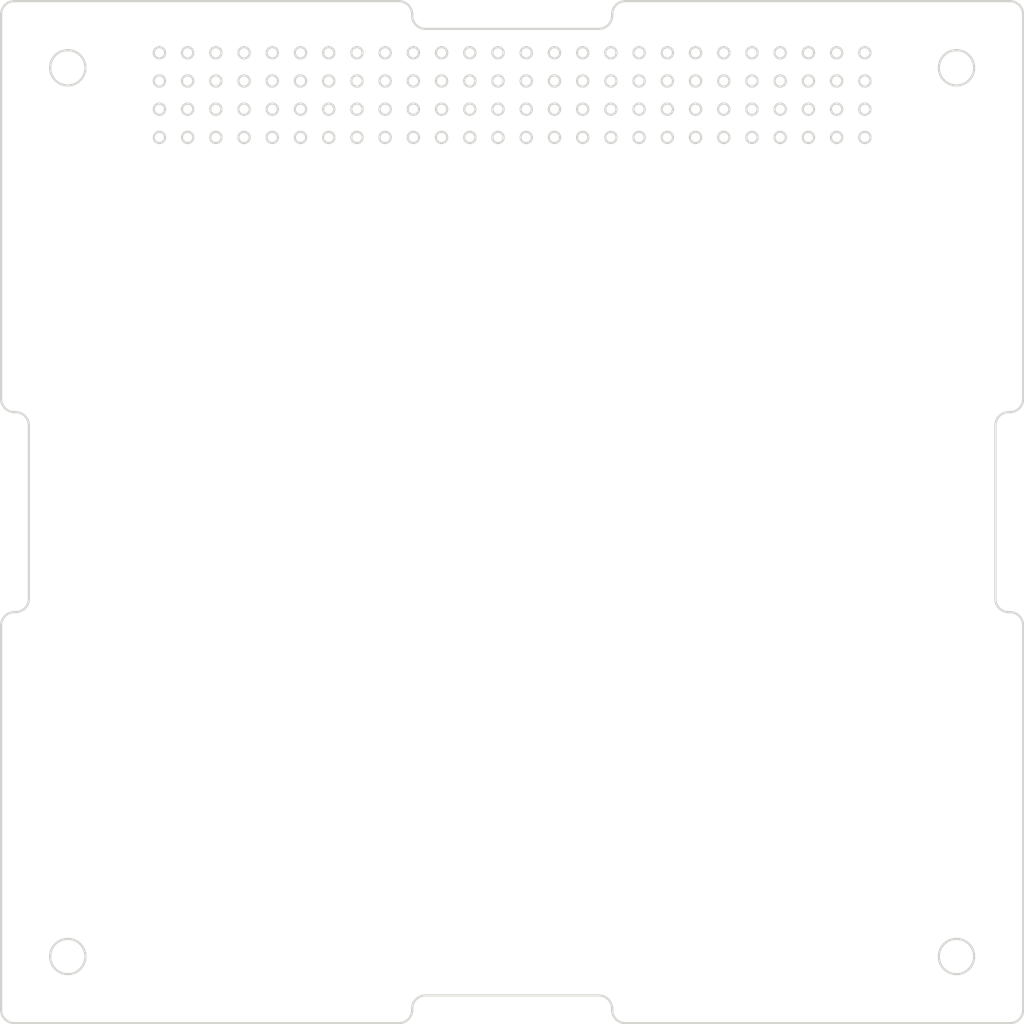
<source format=kicad_pcb>
(kicad_pcb
	(version 20240108)
	(generator "pcbnew")
	(generator_version "8.0")
	(general
		(thickness 1.6)
		(legacy_teardrops no)
	)
	(paper "A4")
	(title_block
		(title "EPS Power Distribution Board")
		(date "2024-09-08")
		(company "IIT Bombay Student Satellite Program")
		(comment 1 "ameya.marakarkandy@gmail.com")
		(comment 2 "Author: Ameya Marakarkandy")
	)
	(layers
		(0 "F.Cu" signal)
		(31 "B.Cu" signal)
		(32 "B.Adhes" user "B.Adhesive")
		(33 "F.Adhes" user "F.Adhesive")
		(34 "B.Paste" user)
		(35 "F.Paste" user)
		(36 "B.SilkS" user "B.Silkscreen")
		(37 "F.SilkS" user "F.Silkscreen")
		(38 "B.Mask" user)
		(39 "F.Mask" user)
		(40 "Dwgs.User" user "User.Drawings")
		(41 "Cmts.User" user "User.Comments")
		(42 "Eco1.User" user "User.Eco1")
		(43 "Eco2.User" user "User.Eco2")
		(44 "Edge.Cuts" user)
		(45 "Margin" user)
		(46 "B.CrtYd" user "B.Courtyard")
		(47 "F.CrtYd" user "F.Courtyard")
		(48 "B.Fab" user)
		(49 "F.Fab" user)
		(50 "User.1" user)
		(51 "User.2" user)
		(52 "User.3" user)
		(53 "User.4" user)
		(54 "User.5" user)
		(55 "User.6" user)
		(56 "User.7" user)
		(57 "User.8" user)
		(58 "User.9" user)
	)
	(setup
		(pad_to_mask_clearance 0)
		(allow_soldermask_bridges_in_footprints no)
		(pcbplotparams
			(layerselection 0x00010fc_ffffffff)
			(plot_on_all_layers_selection 0x0000000_00000000)
			(disableapertmacros no)
			(usegerberextensions no)
			(usegerberattributes yes)
			(usegerberadvancedattributes yes)
			(creategerberjobfile yes)
			(dashed_line_dash_ratio 12.000000)
			(dashed_line_gap_ratio 3.000000)
			(svgprecision 4)
			(plotframeref no)
			(viasonmask no)
			(mode 1)
			(useauxorigin no)
			(hpglpennumber 1)
			(hpglpenspeed 20)
			(hpglpendiameter 15.000000)
			(pdf_front_fp_property_popups yes)
			(pdf_back_fp_property_popups yes)
			(dxfpolygonmode yes)
			(dxfimperialunits yes)
			(dxfusepcbnewfont yes)
			(psnegative no)
			(psa4output no)
			(plotreference yes)
			(plotvalue yes)
			(plotfptext yes)
			(plotinvisibletext no)
			(sketchpadsonfab no)
			(subtractmaskfromsilk no)
			(outputformat 1)
			(mirror no)
			(drillshape 1)
			(scaleselection 1)
			(outputdirectory "")
		)
	)
	(net 0 "")
	(gr_circle
		(center 126.772 56.028)
		(end 127.282 56.028)
		(stroke
			(width 0.2)
			(type solid)
		)
		(fill none)
		(layer "Edge.Cuts")
		(uuid "000bc49a-f4b4-442a-ad90-be4bfab0fcf7")
	)
	(gr_circle
		(center 149.632 56.028)
		(end 150.142 56.028)
		(stroke
			(width 0.2)
			(type solid)
		)
		(fill none)
		(layer "Edge.Cuts")
		(uuid "00b297a2-014b-4c69-9151-712347cb15a8")
	)
	(gr_circle
		(center 143.282 92.298)
		(end 143.292 92.298)
		(stroke
			(width 0.0001)
			(type solid)
		)
		(fill solid)
		(layer "Edge.Cuts")
		(uuid "02074318-fc63-4cf7-9256-d4c60a602131")
	)
	(gr_circle
		(center 143.282 92.298)
		(end 143.292 92.298)
		(stroke
			(width 0.0001)
			(type solid)
		)
		(fill solid)
		(layer "Edge.Cuts")
		(uuid "02a18716-c1d9-45a7-b973-7e01edcef886")
	)
	(gr_line
		(start 98.482 46.298)
		(end 133.082 46.298)
		(stroke
			(width 0.2)
			(type solid)
		)
		(layer "Edge.Cuts")
		(uuid "06f670a4-2dcc-4a87-8c13-2a5d600cea19")
	)
	(gr_circle
		(center 103.282 52.298)
		(end 104.872 52.298)
		(stroke
			(width 0.2)
			(type solid)
		)
		(fill none)
		(layer "Edge.Cuts")
		(uuid "0741a63c-3ea4-4af7-9a1e-78c7e1c1f6e0")
	)
	(gr_circle
		(center 152.172 58.568)
		(end 152.682 58.568)
		(stroke
			(width 0.2)
			(type solid)
		)
		(fill none)
		(layer "Edge.Cuts")
		(uuid "089a6ec2-27fd-46ca-8ae3-b8fdfc703ecc")
	)
	(gr_circle
		(center 152.172 50.948)
		(end 152.682 50.948)
		(stroke
			(width 0.2)
			(type solid)
		)
		(fill none)
		(layer "Edge.Cuts")
		(uuid "09cb01da-b219-4b63-b810-90557c49aecf")
	)
	(gr_arc
		(start 97.282 102.498)
		(mid 97.633472 101.649472)
		(end 98.482 101.298)
		(stroke
			(width 0.2)
			(type solid)
		)
		(layer "Edge.Cuts")
		(uuid "0bd9f22a-0c93-4485-934d-585d642d0b59")
	)
	(gr_circle
		(center 175.032 58.568)
		(end 175.542 58.568)
		(stroke
			(width 0.2)
			(type solid)
		)
		(fill none)
		(layer "Edge.Cuts")
		(uuid "0ecbe779-e669-4954-b889-14baef95cb8c")
	)
	(gr_arc
		(start 99.782 100.098)
		(mid 99.430528 100.946528)
		(end 98.582 101.298)
		(stroke
			(width 0.2)
			(type solid)
		)
		(layer "Edge.Cuts")
		(uuid "10580213-0b93-48d5-9c4b-0053093708a2")
	)
	(gr_circle
		(center 152.172 53.488)
		(end 152.682 53.488)
		(stroke
			(width 0.2)
			(type solid)
		)
		(fill none)
		(layer "Edge.Cuts")
		(uuid "11046573-6dbe-4bba-ad57-a2f1a8f483e2")
	)
	(gr_circle
		(center 119.152 53.488)
		(end 119.662 53.488)
		(stroke
			(width 0.2)
			(type solid)
		)
		(fill none)
		(layer "Edge.Cuts")
		(uuid "1198d368-571f-428f-85c2-ef237191c1e5")
	)
	(gr_arc
		(start 97.282 47.498)
		(mid 97.633472 46.649472)
		(end 98.482 46.298)
		(stroke
			(width 0.2)
			(type solid)
		)
		(layer "Edge.Cuts")
		(uuid "13848346-4835-4fc9-a9a3-05f6a2bc1bea")
	)
	(gr_circle
		(center 114.072 56.028)
		(end 114.582 56.028)
		(stroke
			(width 0.2)
			(type solid)
		)
		(fill none)
		(layer "Edge.Cuts")
		(uuid "16a6ebb0-434f-4674-823e-89c816f414ca")
	)
	(gr_line
		(start 153.482 46.298)
		(end 188.082 46.298)
		(stroke
			(width 0.2)
			(type solid)
		)
		(layer "Edge.Cuts")
		(uuid "173946d0-755c-44ad-8769-be4c3e15995c")
	)
	(gr_circle
		(center 144.552 58.568)
		(end 145.062 58.568)
		(stroke
			(width 0.2)
			(type solid)
		)
		(fill none)
		(layer "Edge.Cuts")
		(uuid "18163251-da3e-449b-bb6c-4be770d7ee80")
	)
	(gr_line
		(start 134.282 137.098)
		(end 134.282 136.998)
		(stroke
			(width 0.2)
			(type solid)
		)
		(layer "Edge.Cuts")
		(uuid "219714c4-3b58-4f64-9ef4-eae16739a084")
	)
	(gr_circle
		(center 111.532 58.568)
		(end 112.042 58.568)
		(stroke
			(width 0.2)
			(type solid)
		)
		(fill none)
		(layer "Edge.Cuts")
		(uuid "22b7661e-4a6d-4691-8034-63e85efdf6ad")
	)
	(gr_circle
		(center 154.712 53.488)
		(end 155.222 53.488)
		(stroke
			(width 0.2)
			(type solid)
		)
		(fill none)
		(layer "Edge.Cuts")
		(uuid "23844b5d-1a4b-4907-af92-9b00e896e2d5")
	)
	(gr_circle
		(center 162.332 58.568)
		(end 162.842 58.568)
		(stroke
			(width 0.2)
			(type solid)
		)
		(fill none)
		(layer "Edge.Cuts")
		(uuid "27a661cf-4015-49d3-862d-d72ced94fba9")
	)
	(gr_line
		(start 186.782 84.498)
		(end 186.782 100.098)
		(stroke
			(width 0.2)
			(type solid)
		)
		(layer "Edge.Cuts")
		(uuid "28073588-3520-426e-939e-10771e2fed85")
	)
	(gr_circle
		(center 167.412 50.948)
		(end 167.922 50.948)
		(stroke
			(width 0.2)
			(type solid)
		)
		(fill none)
		(layer "Edge.Cuts")
		(uuid "2a692e88-ab55-440c-94ff-20ccc26892d0")
	)
	(gr_line
		(start 98.482 83.298)
		(end 98.582 83.298)
		(stroke
			(width 0.2)
			(type solid)
		)
		(layer "Edge.Cuts")
		(uuid "2bc7f1a6-eda3-4bb1-9411-c876f96b7e94")
	)
	(gr_circle
		(center 139.472 53.488)
		(end 139.982 53.488)
		(stroke
			(width 0.2)
			(type solid)
		)
		(fill none)
		(layer "Edge.Cuts")
		(uuid "2d319880-8a7e-4728-8eb0-125a75ae2b76")
	)
	(gr_circle
		(center 169.952 53.488)
		(end 170.462 53.488)
		(stroke
			(width 0.2)
			(type solid)
		)
		(fill none)
		(layer "Edge.Cuts")
		(uuid "32c8678b-9713-4df5-b457-51fe88fad894")
	)
	(gr_arc
		(start 134.282 137.098)
		(mid 133.930528 137.946528)
		(end 133.082 138.298)
		(stroke
			(width 0.2)
			(type solid)
		)
		(layer "Edge.Cuts")
		(uuid "3928cdf2-5931-4ff9-8cd0-77c1cd913bfc")
	)
	(gr_circle
		(center 139.472 50.948)
		(end 139.982 50.948)
		(stroke
			(width 0.2)
			(type solid)
		)
		(fill none)
		(layer "Edge.Cuts")
		(uuid "39da0e01-29c3-44e0-b6fd-87721a1ae418")
	)
	(gr_circle
		(center 119.152 56.028)
		(end 119.662 56.028)
		(stroke
			(width 0.2)
			(type solid)
		)
		(fill none)
		(layer "Edge.Cuts")
		(uuid "3ce68ffc-999d-403e-b4d0-c9da534da2cb")
	)
	(gr_circle
		(center 131.852 56.028)
		(end 132.362 56.028)
		(stroke
			(width 0.2)
			(type solid)
		)
		(fill none)
		(layer "Edge.Cuts")
		(uuid "3ddd852e-a9f8-4ff4-8e5f-ac75a7303025")
	)
	(gr_circle
		(center 157.252 53.488)
		(end 157.762 53.488)
		(stroke
			(width 0.2)
			(type solid)
		)
		(fill none)
		(layer "Edge.Cuts")
		(uuid "3f959909-76d2-4e08-81c4-e935ba2122f4")
	)
	(gr_circle
		(center 116.612 50.948)
		(end 117.122 50.948)
		(stroke
			(width 0.2)
			(type solid)
		)
		(fill none)
		(layer "Edge.Cuts")
		(uuid "4000edea-7656-4549-afe2-5dab406e1acb")
	)
	(gr_circle
		(center 164.872 53.488)
		(end 165.382 53.488)
		(stroke
			(width 0.2)
			(type solid)
		)
		(fill none)
		(layer "Edge.Cuts")
		(uuid "40a5c02e-210c-43f5-916d-4481ff12b4b5")
	)
	(gr_circle
		(center 167.412 53.488)
		(end 167.922 53.488)
		(stroke
			(width 0.2)
			(type solid)
		)
		(fill none)
		(layer "Edge.Cuts")
		(uuid "474f4244-66f7-4176-9357-8dded80af6d7")
	)
	(gr_circle
		(center 129.312 50.948)
		(end 129.822 50.948)
		(stroke
			(width 0.2)
			(type solid)
		)
		(fill none)
		(layer "Edge.Cuts")
		(uuid "4792a3b7-cf47-47cc-a792-3ba05e461c03")
	)
	(gr_circle
		(center 142.012 56.028)
		(end 142.522 56.028)
		(stroke
			(width 0.2)
			(type solid)
		)
		(fill none)
		(layer "Edge.Cuts")
		(uuid "489fd617-cb67-498a-8033-8e8ffdd1e6d9")
	)
	(gr_circle
		(center 142.012 50.948)
		(end 142.522 50.948)
		(stroke
			(width 0.2)
			(type solid)
		)
		(fill none)
		(layer "Edge.Cuts")
		(uuid "4b458d95-ca1b-4946-b1c2-24431e736a81")
	)
	(gr_circle
		(center 157.252 56.028)
		(end 157.762 56.028)
		(stroke
			(width 0.2)
			(type solid)
		)
		(fill none)
		(layer "Edge.Cuts")
		(uuid "4c137090-f038-4c9e-9f25-82fc70b7ce39")
	)
	(gr_circle
		(center 136.932 50.948)
		(end 137.442 50.948)
		(stroke
			(width 0.2)
			(type solid)
		)
		(fill none)
		(layer "Edge.Cuts")
		(uuid "4c546fdf-4904-45c7-af00-6690643e2e5b")
	)
	(gr_arc
		(start 135.482 48.798)
		(mid 134.633472 48.446528)
		(end 134.282 47.598)
		(stroke
			(width 0.2)
			(type solid)
		)
		(layer "Edge.Cuts")
		(uuid "4da5cf46-d166-4404-b09a-7e37ffc42d10")
	)
	(gr_circle
		(center 164.872 58.568)
		(end 165.382 58.568)
		(stroke
			(width 0.2)
			(type solid)
		)
		(fill none)
		(layer "Edge.Cuts")
		(uuid "507f728b-0e9d-4c42-b742-d4aa2f1e18a5")
	)
	(gr_circle
		(center 139.472 58.568)
		(end 139.982 58.568)
		(stroke
			(width 0.2)
			(type solid)
		)
		(fill none)
		(layer "Edge.Cuts")
		(uuid "51806e50-f9ed-4a96-bc08-e44155dc5a30")
	)
	(gr_arc
		(start 152.282 47.498)
		(mid 152.633472 46.649472)
		(end 153.482 46.298)
		(stroke
			(width 0.2)
			(type solid)
		)
		(layer "Edge.Cuts")
		(uuid "52229a06-7aa1-4594-aae3-ffb3096b4c3a")
	)
	(gr_circle
		(center 124.232 58.568)
		(end 124.742 58.568)
		(stroke
			(width 0.2)
			(type solid)
		)
		(fill none)
		(layer "Edge.Cuts")
		(uuid "55694abb-a859-482e-954d-5bbf1824a69c")
	)
	(gr_circle
		(center 129.312 53.488)
		(end 129.822 53.488)
		(stroke
			(width 0.2)
			(type solid)
		)
		(fill none)
		(layer "Edge.Cuts")
		(uuid "56d21e34-b496-41d5-9ec9-ff10b91ef2b6")
	)
	(gr_line
		(start 98.482 138.298)
		(end 133.082 138.298)
		(stroke
			(width 0.2)
			(type solid)
		)
		(layer "Edge.Cuts")
		(uuid "5831d3b9-96e0-4ec9-9f2e-12764eebfe0b")
	)
	(gr_line
		(start 99.782 100.098)
		(end 99.782 84.498)
		(stroke
			(width 0.2)
			(type solid)
		)
		(layer "Edge.Cuts")
		(uuid "585928c5-8421-42fb-9810-5fd549ecac72")
	)
	(gr_line
		(start 134.282 47.498)
		(end 134.282 47.598)
		(stroke
			(width 0.2)
			(type solid)
		)
		(layer "Edge.Cuts")
		(uuid "5985f0f1-2ed4-41d7-aa98-1554ddbb215a")
	)
	(gr_circle
		(center 114.072 50.948)
		(end 114.582 50.948)
		(stroke
			(width 0.2)
			(type solid)
		)
		(fill none)
		(layer "Edge.Cuts")
		(uuid "5b5718d9-483d-432a-91c6-4da855d728e0")
	)
	(gr_circle
		(center 124.232 50.948)
		(end 124.742 50.948)
		(stroke
			(width 0.2)
			(type solid)
		)
		(fill none)
		(layer "Edge.Cuts")
		(uuid "5b6eeff2-f72c-4c9f-870f-cb62a638a859")
	)
	(gr_circle
		(center 131.852 53.488)
		(end 132.362 53.488)
		(stroke
			(width 0.2)
			(type solid)
		)
		(fill none)
		(layer "Edge.Cuts")
		(uuid "5ba7dd41-235f-465f-bcec-4b2a21835997")
	)
	(gr_circle
		(center 116.612 53.488)
		(end 117.122 53.488)
		(stroke
			(width 0.2)
			(type solid)
		)
		(fill none)
		(layer "Edge.Cuts")
		(uuid "5d56156f-89b7-4470-8694-de8eaa035ae7")
	)
	(gr_circle
		(center 121.692 58.568)
		(end 122.202 58.568)
		(stroke
			(width 0.2)
			(type solid)
		)
		(fill none)
		(layer "Edge.Cuts")
		(uuid "5f0e5f15-a09f-4513-86ab-836fd9df99b5")
	)
	(gr_circle
		(center 142.012 58.568)
		(end 142.522 58.568)
		(stroke
			(width 0.2)
			(type solid)
		)
		(fill none)
		(layer "Edge.Cuts")
		(uuid "5fa10ef5-4af6-444a-aa74-117e3b4c3583")
	)
	(gr_arc
		(start 188.082 46.298)
		(mid 188.930528 46.649472)
		(end 189.282 47.498)
		(stroke
			(width 0.2)
			(type solid)
		)
		(layer "Edge.Cuts")
		(uuid "5fe8871e-cbea-48ab-bc14-a8bd43de452f")
	)
	(gr_circle
		(center 121.692 56.028)
		(end 122.202 56.028)
		(stroke
			(width 0.2)
			(type solid)
		)
		(fill none)
		(layer "Edge.Cuts")
		(uuid "618a4763-bc3e-4718-8240-b59f71063f1f")
	)
	(gr_arc
		(start 98.482 138.298)
		(mid 97.633472 137.946528)
		(end 97.282 137.098)
		(stroke
			(width 0.2)
			(type solid)
		)
		(layer "Edge.Cuts")
		(uuid "61ec19a8-f7d6-42e9-9cfc-9efa6c68471d")
	)
	(gr_circle
		(center 154.712 56.028)
		(end 155.222 56.028)
		(stroke
			(width 0.2)
			(type solid)
		)
		(fill none)
		(layer "Edge.Cuts")
		(uuid "62594135-1ca6-49a4-a654-59468b665d82")
	)
	(gr_circle
		(center 162.332 53.488)
		(end 162.842 53.488)
		(stroke
			(width 0.2)
			(type solid)
		)
		(fill none)
		(layer "Edge.Cuts")
		(uuid "6358a5b4-267a-49a5-9bfe-fd7b1150c1be")
	)
	(gr_arc
		(start 134.282 136.998)
		(mid 134.633472 136.149472)
		(end 135.482 135.798)
		(stroke
			(width 0.2)
			(type solid)
		)
		(layer "Edge.Cuts")
		(uuid "662ca2e1-06f3-48dd-ae20-adca8960a206")
	)
	(gr_circle
		(center 129.312 58.568)
		(end 129.822 58.568)
		(stroke
			(width 0.2)
			(type solid)
		)
		(fill none)
		(layer "Edge.Cuts")
		(uuid "666a622f-db58-4b37-927c-9bf6c6c94d17")
	)
	(gr_circle
		(center 134.392 56.028)
		(end 134.902 56.028)
		(stroke
			(width 0.2)
			(type solid)
		)
		(fill none)
		(layer "Edge.Cuts")
		(uuid "666bad34-a02b-4ec5-8ed8-8583ced7ff2c")
	)
	(gr_arc
		(start 133.082 46.298)
		(mid 133.930528 46.649472)
		(end 134.282 47.498)
		(stroke
			(width 0.2)
			(type solid)
		)
		(layer "Edge.Cuts")
		(uuid "686535fc-fe9e-47e7-9950-34223e77dee9")
	)
	(gr_circle
		(center 159.792 53.488)
		(end 160.302 53.488)
		(stroke
			(width 0.2)
			(type solid)
		)
		(fill none)
		(layer "Edge.Cuts")
		(uuid "68753251-3864-4e5a-9b88-5ddeebf890b4")
	)
	(gr_circle
		(center 111.532 53.488)
		(end 112.042 53.488)
		(stroke
			(width 0.2)
			(type solid)
		)
		(fill none)
		(layer "Edge.Cuts")
		(uuid "68895139-5d46-4d3e-bacf-cb975900b803")
	)
	(gr_circle
		(center 126.772 58.568)
		(end 127.282 58.568)
		(stroke
			(width 0.2)
			(type solid)
		)
		(fill none)
		(layer "Edge.Cuts")
		(uuid "69775a7f-c186-48b7-8ce2-58b6bf80e61d")
	)
	(gr_arc
		(start 187.982 101.298)
		(mid 187.133472 100.946528)
		(end 186.782 100.098)
		(stroke
			(width 0.2)
			(type solid)
		)
		(layer "Edge.Cuts")
		(uuid "6f840a7c-4575-4202-b01e-9788fd2f4971")
	)
	(gr_circle
		(center 175.032 56.028)
		(end 175.542 56.028)
		(stroke
			(width 0.2)
			(type solid)
		)
		(fill none)
		(layer "Edge.Cuts")
		(uuid "728cef05-e5ec-49d1-b78a-faa398b165e8")
	)
	(gr_circle
		(center 157.252 58.568)
		(end 157.762 58.568)
		(stroke
			(width 0.2)
			(type solid)
		)
		(fill none)
		(layer "Edge.Cuts")
		(uuid "72d81b72-a326-45ba-95cf-4c262bcd9f1d")
	)
	(gr_circle
		(center 172.492 50.948)
		(end 173.002 50.948)
		(stroke
			(width 0.2)
			(type solid)
		)
		(fill none)
		(layer "Edge.Cuts")
		(uuid "76f30e33-5e4a-4d54-817c-3d8e54cbd84f")
	)
	(gr_line
		(start 151.082 135.798)
		(end 135.482 135.798)
		(stroke
			(width 0.2)
			(type solid)
		)
		(layer "Edge.Cuts")
		(uuid "7efd9855-ee4f-48fe-a44e-bfb17be693a8")
	)
	(gr_circle
		(center 152.172 56.028)
		(end 152.682 56.028)
		(stroke
			(width 0.2)
			(type solid)
		)
		(fill none)
		(layer "Edge.Cuts")
		(uuid "80facdd2-4e58-4037-9065-f15641a52d89")
	)
	(gr_line
		(start 189.282 102.498)
		(end 189.282 137.098)
		(stroke
			(width 0.2)
			(type solid)
		)
		(layer "Edge.Cuts")
		(uuid "8261f645-c1e2-4e46-a682-51cba0d70162")
	)
	(gr_line
		(start 97.282 47.498)
		(end 97.282 82.098)
		(stroke
			(width 0.2)
			(type solid)
		)
		(layer "Edge.Cuts")
		(uuid "839a9868-f8fe-4544-ba9a-9040a7ea3386")
	)
	(gr_circle
		(center 144.552 56.028)
		(end 145.062 56.028)
		(stroke
			(width 0.2)
			(type solid)
		)
		(fill none)
		(layer "Edge.Cuts")
		(uuid "84b055d6-59e6-46f4-aea5-fef9100fa381")
	)
	(gr_arc
		(start 98.482 83.298)
		(mid 97.633472 82.946528)
		(end 97.282 82.098)
		(stroke
			(width 0.2)
			(type solid)
		)
		(layer "Edge.Cuts")
		(uuid "850d3cc7-e3eb-4195-b000-fbb4923b8b49")
	)
	(gr_line
		(start 97.282 102.498)
		(end 97.282 137.098)
		(stroke
			(width 0.2)
			(type solid)
		)
		(layer "Edge.Cuts")
		(uuid "87d41092-fed2-433b-832e-75212f042337")
	)
	(gr_arc
		(start 98.582 83.298)
		(mid 99.430528 83.649472)
		(end 99.782 84.498)
		(stroke
			(width 0.2)
			(type solid)
		)
		(layer "Edge.Cuts")
		(uuid "8835cd85-07e3-468e-b6ff-e2d50426062a")
	)
	(gr_circle
		(center 175.032 53.488)
		(end 175.542 53.488)
		(stroke
			(width 0.2)
			(type solid)
		)
		(fill none)
		(layer "Edge.Cuts")
		(uuid "8e3232f1-2f52-42e1-bc58-674f30c63e27")
	)
	(gr_line
		(start 153.482 138.298)
		(end 188.082 138.298)
		(stroke
			(width 0.2)
			(type solid)
		)
		(layer "Edge.Cuts")
		(uuid "8f3ef869-6ad6-49f4-828d-e8cd09a5c021")
	)
	(gr_arc
		(start 188.082 101.298)
		(mid 188.930528 101.649472)
		(end 189.282 102.498)
		(stroke
			(width 0.2)
			(type solid)
		)
		(layer "Edge.Cuts")
		(uuid "90badf38-5e7b-4c4d-a366-383ad4456a52")
	)
	(gr_line
		(start 188.082 83.298)
		(end 187.982 83.298)
		(stroke
			(width 0.2)
			(type solid)
		)
		(layer "Edge.Cuts")
		(uuid "9126fdb2-9f14-4853-86d1-be23a636478b")
	)
	(gr_circle
		(center 134.392 50.948)
		(end 134.902 50.948)
		(stroke
			(width 0.2)
			(type solid)
		)
		(fill none)
		(layer "Edge.Cuts")
		(uuid "975dcd02-a49a-4636-8aa8-7a03cb2fe5f6")
	)
	(gr_circle
		(center 126.772 53.488)
		(end 127.282 53.488)
		(stroke
			(width 0.2)
			(type solid)
		)
		(fill none)
		(layer "Edge.Cuts")
		(uuid "97b5f188-2e7d-4119-b8bf-86613dee2394")
	)
	(gr_circle
		(center 175.032 50.948)
		(end 175.542 50.948)
		(stroke
			(width 0.2)
			(type solid)
		)
		(fill none)
		(layer "Edge.Cuts")
		(uuid "983f3eca-1a02-4226-b8a9-81dacbb3b1d6")
	)
	(gr_circle
		(center 121.692 50.948)
		(end 122.202 50.948)
		(stroke
			(width 0.2)
			(type solid)
		)
		(fill none)
		(layer "Edge.Cuts")
		(uuid "9b275bc1-124c-4936-82ff-3649981c94c8")
	)
	(gr_circle
		(center 162.332 56.028)
		(end 162.842 56.028)
		(stroke
			(width 0.2)
			(type solid)
		)
		(fill none)
		(layer "Edge.Cuts")
		(uuid "9b3bd524-d819-426f-a112-7164f215663c")
	)
	(gr_line
		(start 152.282 47.498)
		(end 152.282 47.598)
		(stroke
			(width 0.2)
			(type solid)
		)
		(layer "Edge.Cuts")
		(uuid "9b8e2d4d-d4fc-4423-8333-f44043b46945")
	)
	(gr_circle
		(center 183.282 52.298)
		(end 184.872 52.298)
		(stroke
			(width 0.2)
			(type solid)
		)
		(fill none)
		(layer "Edge.Cuts")
		(uuid "9bb35a26-ca76-4b89-bc5a-e531a4e00cd9")
	)
	(gr_line
		(start 188.082 101.298)
		(end 187.982 101.298)
		(stroke
			(width 0.2)
			(type solid)
		)
		(layer "Edge.Cuts")
		(uuid "9d7dbeef-4237-4f35-b747-7d1a0ef98817")
	)
	(gr_line
		(start 152.282 137.098)
		(end 152.282 136.998)
		(stroke
			(width 0.2)
			(type solid)
		)
		(layer "Edge.Cuts")
		(uuid "9d8eab02-9219-4134-9c64-84d3f4dc819f")
	)
	(gr_circle
		(center 159.792 50.948)
		(end 160.302 50.948)
		(stroke
			(width 0.2)
			(type solid)
		)
		(fill none)
		(layer "Edge.Cuts")
		(uuid "9fa36d69-218b-4bdd-b987-240d6af4b7cf")
	)
	(gr_line
		(start 189.282 47.498)
		(end 189.282 82.098)
		(stroke
			(width 0.2)
			(type solid)
		)
		(layer "Edge.Cuts")
		(uuid "a022edcf-6a63-4e91-95b4-99a30cefbec2")
	)
	(gr_line
		(start 98.482 101.298)
		(end 98.582 101.298)
		(stroke
			(width 0.2)
			(type solid)
		)
		(layer "Edge.Cuts")
		(uuid "a15234c4-c24e-4c59-8962-820d112dadb3")
	)
	(gr_line
		(start 135.482 48.798)
		(end 151.082 48.798)
		(stroke
			(width 0.2)
			(type solid)
		)
		(layer "Edge.Cuts")
		(uuid "a2049ea2-0fd3-4734-820f-efc83918e623")
	)
	(gr_arc
		(start 152.282 47.598)
		(mid 151.930528 48.446528)
		(end 151.082 48.798)
		(stroke
			(width 0.2)
			(type solid)
		)
		(layer "Edge.Cuts")
		(uuid "a6207b7d-7d5c-4f45-86c5-96eee84339c1")
	)
	(gr_circle
		(center 116.612 56.028)
		(end 117.122 56.028)
		(stroke
			(width 0.2)
			(type solid)
		)
		(fill none)
		(layer "Edge.Cuts")
		(uuid "a7b0f33a-c361-4fe7-9515-ee6521a1276b")
	)
	(gr_circle
		(center 162.332 50.948)
		(end 162.842 50.948)
		(stroke
			(width 0.2)
			(type solid)
		)
		(fill none)
		(layer "Edge.Cuts")
		(uuid "a8003b56-51a1-4882-bbae-1acf08a6dce0")
	)
	(gr_circle
		(center 172.492 58.568)
		(end 173.002 58.568)
		(stroke
			(width 0.2)
			(type solid)
		)
		(fill none)
		(layer "Edge.Cuts")
		(uuid "adfc0649-6fe0-4e1e-821b-67185f37d8ce")
	)
	(gr_circle
		(center 134.392 58.568)
		(end 134.902 58.568)
		(stroke
			(width 0.2)
			(type solid)
		)
		(fill none)
		(layer "Edge.Cuts")
		(uuid "af0fc0ae-90b9-442f-a5e6-d27189fc3bab")
	)
	(gr_arc
		(start 189.282 137.098)
		(mid 188.930528 137.946528)
		(end 188.082 138.298)
		(stroke
			(width 0.2)
			(type solid)
		)
		(layer "Edge.Cuts")
		(uuid "afaca79b-b96c-448d-a81d-48d5fae07bac")
	)
	(gr_circle
		(center 183.282 132.298)
		(end 184.872 132.298)
		(stroke
			(width 0.2)
			(type solid)
		)
		(fill none)
		(layer "Edge.Cuts")
		(uuid "b040812b-5b26-49eb-9c5a-589b4a42cab2")
	)
	(gr_circle
		(center 147.092 58.568)
		(end 147.602 58.568)
		(stroke
			(width 0.2)
			(type solid)
		)
		(fill none)
		(layer "Edge.Cuts")
		(uuid "b1c23220-9691-4db2-9a73-aefe85c5dde3")
	)
	(gr_circle
		(center 144.552 53.488)
		(end 145.062 53.488)
		(stroke
			(width 0.2)
			(type solid)
		)
		(fill none)
		(layer "Edge.Cuts")
		(uuid "b436cc42-d51e-4fee-9a37-e2b5b1451ebe")
	)
	(gr_circle
		(center 131.852 50.948)
		(end 132.362 50.948)
		(stroke
			(width 0.2)
			(type solid)
		)
		(fill none)
		(layer "Edge.Cuts")
		(uuid "b56fc02f-e40d-4b0e-8320-6f14f46fee64")
	)
	(gr_circle
		(center 167.412 58.568)
		(end 167.922 58.568)
		(stroke
			(width 0.2)
			(type solid)
		)
		(fill none)
		(layer "Edge.Cuts")
		(uuid "b595d915-c445-417d-a10c-e46cf2cddf6a")
	)
	(gr_circle
		(center 129.312 56.028)
		(end 129.822 56.028)
		(stroke
			(width 0.2)
			(type solid)
		)
		(fill none)
		(layer "Edge.Cuts")
		(uuid "b639dd98-3db4-44d5-ad70-809792110b62")
	)
	(gr_arc
		(start 186.782 84.498)
		(mid 187.133472 83.649472)
		(end 187.982 83.298)
		(stroke
			(width 0.2)
			(type solid)
		)
		(layer "Edge.Cuts")
		(uuid "b78dafeb-4a29-45fc-89de-1edd1cd3d5f3")
	)
	(gr_arc
		(start 151.082 135.798)
		(mid 151.930528 136.149472)
		(end 152.282 136.998)
		(stroke
			(width 0.2)
			(type solid)
		)
		(layer "Edge.Cuts")
		(uuid "beeae7a4-4f1c-47d9-9938-0edc94ac6bd0")
	)
	(gr_circle
		(center 149.632 58.568)
		(end 150.142 58.568)
		(stroke
			(width 0.2)
			(type solid)
		)
		(fill none)
		(layer "Edge.Cuts")
		(uuid "c1d87781-0509-498e-b6ba-d99c3b602b41")
	)
	(gr_circle
		(center 134.392 53.488)
		(end 134.902 53.488)
		(stroke
			(width 0.2)
			(type solid)
		)
		(fill none)
		(layer "Edge.Cuts")
		(uuid "c38bf561-7ef9-44c1-b1f8-7a2c07dfef60")
	)
	(gr_circle
		(center 139.472 56.028)
		(end 139.982 56.028)
		(stroke
			(width 0.2)
			(type solid)
		)
		(fill none)
		(layer "Edge.Cuts")
		(uuid "c3dc8e9c-0025-4567-af67-b28bbb8da5cb")
	)
	(gr_circle
		(center 169.952 56.028)
		(end 170.462 56.028)
		(stroke
			(width 0.2)
			(type solid)
		)
		(fill none)
		(layer "Edge.Cuts")
		(uuid "c4328963-4c93-4e47-b6d5-d8171ca6ac6c")
	)
	(gr_circle
		(center 169.952 50.948)
		(end 170.462 50.948)
		(stroke
			(width 0.2)
			(type solid)
		)
		(fill none)
		(layer "Edge.Cuts")
		(uuid "c614f695-7ce3-4479-ab42-8024d5cad100")
	)
	(gr_arc
		(start 189.282 82.098)
		(mid 188.930528 82.946528)
		(end 188.082 83.298)
		(stroke
			(width 0.2)
			(type solid)
		)
		(layer "Edge.Cuts")
		(uuid "c791b0c1-0701-4909-b28d-e0173ff97839")
	)
	(gr_circle
		(center 136.932 53.488)
		(end 137.442 53.488)
		(stroke
			(width 0.2)
			(type solid)
		)
		(fill none)
		(layer "Edge.Cuts")
		(uuid "c825fdda-a402-44c6-909d-14c06567a672")
	)
	(gr_circle
		(center 169.952 58.568)
		(end 170.462 58.568)
		(stroke
			(width 0.2)
			(type solid)
		)
		(fill none)
		(layer "Edge.Cuts")
		(uuid "c8bce0db-ddff-4557-9f38-7ed465fa3a23")
	)
	(gr_circle
		(center 147.092 50.948)
		(end 147.602 50.948)
		(stroke
			(width 0.2)
			(type solid)
		)
		(fill none)
		(layer "Edge.Cuts")
		(uuid "c9f70fba-2d76-449b-90b5-eef903cc6321")
	)
	(gr_circle
		(center 149.632 53.488)
		(end 150.142 53.488)
		(stroke
			(width 0.2)
			(type solid)
		)
		(fill none)
		(layer "Edge.Cuts")
		(uuid "ce643bf5-4b80-4a49-abd8-bbcaf896bc33")
	)
	(gr_circle
		(center 131.852 58.568)
		(end 132.362 58.568)
		(stroke
			(width 0.2)
			(type solid)
		)
		(fill none)
		(layer "Edge.Cuts")
		(uuid "d0494f91-97cf-425e-8276-17c53635e713")
	)
	(gr_circle
		(center 164.872 50.948)
		(end 165.382 50.948)
		(stroke
			(width 0.2)
			(type solid)
		)
		(fill none)
		(layer "Edge.Cuts")
		(uuid "d39b4e74-964f-4dbc-acda-5cdfceb7b585")
	)
	(gr_circle
		(center 121.692 53.488)
		(end 122.202 53.488)
		(stroke
			(width 0.2)
			(type solid)
		)
		(fill none)
		(layer "Edge.Cuts")
		(uuid "d4e30ba8-9509-4c5f-81af-1a64d3f9ca6f")
	)
	(gr_circle
		(center 126.772 50.948)
		(end 127.282 50.948)
		(stroke
			(width 0.2)
			(type solid)
		)
		(fill none)
		(layer "Edge.Cuts")
		(uuid "d88f68f5-8238-4fe0-9f29-5506ab42b14c")
	)
	(gr_circle
		(center 149.632 50.948)
		(end 150.142 50.948)
		(stroke
			(width 0.2)
			(type solid)
		)
		(fill none)
		(layer "Edge.Cuts")
		(uuid "d954b845-fd04-4679-a9f3-86b4d7686803")
	)
	(gr_circle
		(center 142.012 53.488)
		(end 142.522 53.488)
		(stroke
			(width 0.2)
			(type solid)
		)
		(fill none)
		(layer "Edge.Cuts")
		(uuid "d9cc61b8-ea24-43f6-9a7e-630f730123e0")
	)
	(gr_circle
		(center 111.532 56.028)
		(end 112.042 56.028)
		(stroke
			(width 0.2)
			(type solid)
		)
		(fill none)
		(layer "Edge.Cuts")
		(uuid "da6e6707-2a7d-4356-b4eb-ed593a2bd0c3")
	)
	(gr_circle
		(center 172.492 53.488)
		(end 173.002 53.488)
		(stroke
			(width 0.2)
			(type solid)
		)
		(fill none)
		(layer "Edge.Cuts")
		(uuid "da97d666-e1cd-4a65-808f-acd6016b8cb8")
	)
	(gr_circle
		(center 167.412 56.028)
		(end 167.922 56.028)
		(stroke
			(width 0.2)
			(type solid)
		)
		(fill none)
		(layer "Edge.Cuts")
		(uuid "dad7b96c-1dc2-4df6-add7-1c5c4f8ae994")
	)
	(gr_circle
		(center 147.092 53.488)
		(end 147.602 53.488)
		(stroke
			(width 0.2)
			(type solid)
		)
		(fill none)
		(layer "Edge.Cuts")
		(uuid "de0ba069-3ae3-4055-b345-350b500e680d")
	)
	(gr_circle
		(center 119.152 50.948)
		(end 119.662 50.948)
		(stroke
			(width 0.2)
			(type solid)
		)
		(fill none)
		(layer "Edge.Cuts")
		(uuid "ded0e969-0e9d-4e98-b287-57ea77e0e792")
	)
	(gr_circle
		(center 144.552 50.948)
		(end 145.062 50.948)
		(stroke
			(width 0.2)
			(type solid)
		)
		(fill none)
		(layer "Edge.Cuts")
		(uuid "df492394-6763-4db0-9dbc-7ac6092deeb8")
	)
	(gr_circle
		(center 172.492 56.028)
		(end 173.002 56.028)
		(stroke
			(width 0.2)
			(type solid)
		)
		(fill none)
		(layer "Edge.Cuts")
		(uuid "df8b0712-aa01-44d4-b1e0-ed6842bf4480")
	)
	(gr_circle
		(center 136.932 56.028)
		(end 137.442 56.028)
		(stroke
			(width 0.2)
			(type solid)
		)
		(fill none)
		(layer "Edge.Cuts")
		(uuid "e1869d3f-13f6-4f2d-ae7f-7b53d418768a")
	)
	(gr_circle
		(center 103.282 132.298)
		(end 104.872 132.298)
		(stroke
			(width 0.2)
			(type solid)
		)
		(fill none)
		(layer "Edge.Cuts")
		(uuid "e24fc52a-3370-4c93-813b-8335e015b862")
	)
	(gr_circle
		(center 136.932 58.568)
		(end 137.442 58.568)
		(stroke
			(width 0.2)
			(type solid)
		)
		(fill none)
		(layer "Edge.Cuts")
		(uuid "e298157c-8e02-4b7b-a17d-4f26bffd2fb7")
	)
	(gr_circle
		(center 116.612 58.568)
		(end 117.122 58.568)
		(stroke
			(width 0.2)
			(type solid)
		)
		(fill none)
		(layer "Edge.Cuts")
		(uuid "e2f8b354-576d-4a43-9cfa-91674dd8cef2")
	)
	(gr_circle
		(center 164.872 56.028)
		(end 165.382 56.028)
		(stroke
			(width 0.2)
			(type solid)
		)
		(fill none)
		(layer "Edge.Cuts")
		(uuid "e76e5f6e-861a-485c-9f10-92529a4b2156")
	)
	(gr_circle
		(center 124.232 53.488)
		(end 124.742 53.488)
		(stroke
			(width 0.2)
			(type solid)
		)
		(fill none)
		(layer "Edge.Cuts")
		(uuid "e85cf119-6e44-4e5a-8fe8-e91aad5183a4")
	)
	(gr_arc
		(start 153.482 138.298)
		(mid 152.633472 137.946528)
		(end 152.282 137.098)
		(stroke
			(width 0.2)
			(type solid)
		)
		(layer "Edge.Cuts")
		(uuid "e9244f30-2f36-4b1d-8f73-648c82568907")
	)
	(gr_circle
		(center 157.252 50.948)
		(end 157.762 50.948)
		(stroke
			(width 0.2)
			(type solid)
		)
		(fill none)
		(layer "Edge.Cuts")
		(uuid "ed438349-6ea6-424b-ac43-493f30e1b909")
	)
	(gr_circle
		(center 119.152 58.568)
		(end 119.662 58.568)
		(stroke
			(width 0.2)
			(type solid)
		)
		(fill none)
		(layer "Edge.Cuts")
		(uuid "edd838e6-c2c7-4540-bcd5-d5e88301dc93")
	)
	(gr_circle
		(center 114.072 53.488)
		(end 114.582 53.488)
		(stroke
			(width 0.2)
			(type solid)
		)
		(fill none)
		(layer "Edge.Cuts")
		(uuid "ee847aa8-d90c-4b06-9a56-6a01322cf2e7")
	)
	(gr_circle
		(center 159.792 58.568)
		(end 160.302 58.568)
		(stroke
			(width 0.2)
			(type solid)
		)
		(fill none)
		(layer "Edge.Cuts")
		(uuid "ef1ddc8e-cada-457b-839e-c25945ed04db")
	)
	(gr_circle
		(center 159.792 56.028)
		(end 160.302 56.028)
		(stroke
			(width 0.2)
			(type solid)
		)
		(fill none)
		(layer "Edge.Cuts")
		(uuid "f0831050-d409-4abb-8232-736561de6964")
	)
	(gr_circle
		(center 154.712 58.568)
		(end 155.222 58.568)
		(stroke
			(width 0.2)
			(type solid)
		)
		(fill none)
		(layer "Edge.Cuts")
		(uuid "f3ebb5d3-d2b9-4603-bbcd-55c958491b06")
	)
	(gr_circle
		(center 111.532 50.948)
		(end 112.042 50.948)
		(stroke
			(width 0.2)
			(type solid)
		)
		(fill none)
		(layer "Edge.Cuts")
		(uuid "f63887cb-e4e4-418f-b365-313811566e28")
	)
	(gr_circle
		(center 147.092 56.028)
		(end 147.602 56.028)
		(stroke
			(width 0.2)
			(type solid)
		)
		(fill none)
		(layer "Edge.Cuts")
		(uuid "f8f3a150-e3d8-4503-8bf7-1573f0a4347a")
	)
	(gr_circle
		(center 124.232 56.028)
		(end 124.742 56.028)
		(stroke
			(width 0.2)
			(type solid)
		)
		(fill none)
		(layer "Edge.Cuts")
		(uuid "f931519c-4268-444c-ad2b-bee561d35f80")
	)
	(gr_circle
		(center 114.072 58.568)
		(end 114.582 58.568)
		(stroke
			(width 0.2)
			(type solid)
		)
		(fill none)
		(layer "Edge.Cuts")
		(uuid "fca190c0-2725-42e8-bf9f-c3f89b7e5e56")
	)
	(gr_circle
		(center 154.712 50.948)
		(end 155.222 50.948)
		(stroke
			(width 0.2)
			(type solid)
		)
		(fill none)
		(layer "Edge.Cuts")
		(uuid "fce73a24-6ea7-4a54-b991-271b1cd9c81e")
	)
	(group ""
		(uuid "39c21b98-248b-48cc-adca-e04475e059e2")
		(members "000bc49a-f4b4-442a-ad90-be4bfab0fcf7" "00b297a2-014b-4c69-9151-712347cb15a8"
			"02074318-fc63-4cf7-9256-d4c60a602131" "02a18716-c1d9-45a7-b973-7e01edcef886"
			"06f670a4-2dcc-4a87-8c13-2a5d600cea19" "0741a63c-3ea4-4af7-9a1e-78c7e1c1f6e0"
			"089a6ec2-27fd-46ca-8ae3-b8fdfc703ecc" "09cb01da-b219-4b63-b810-90557c49aecf"
			"0bd9f22a-0c93-4485-934d-585d642d0b59" "0ecbe779-e669-4954-b889-14baef95cb8c"
			"10580213-0b93-48d5-9c4b-0053093708a2" "11046573-6dbe-4bba-ad57-a2f1a8f483e2"
			"1198d368-571f-428f-85c2-ef237191c1e5" "13848346-4835-4fc9-a9a3-05f6a2bc1bea"
			"16a6ebb0-434f-4674-823e-89c816f414ca" "173946d0-755c-44ad-8769-be4c3e15995c"
			"18163251-da3e-449b-bb6c-4be770d7ee80" "219714c4-3b58-4f64-9ef4-eae16739a084"
			"22b7661e-4a6d-4691-8034-63e85efdf6ad" "23844b5d-1a4b-4907-af92-9b00e896e2d5"
			"27a661cf-4015-49d3-862d-d72ced94fba9" "28073588-3520-426e-939e-10771e2fed85"
			"2a692e88-ab55-440c-94ff-20ccc26892d0" "2bc7f1a6-eda3-4bb1-9411-c876f96b7e94"
			"2d319880-8a7e-4728-8eb0-125a75ae2b76" "32c8678b-9713-4df5-b457-51fe88fad894"
			"3928cdf2-5931-4ff9-8cd0-77c1cd913bfc" "39da0e01-29c3-44e0-b6fd-87721a1ae418"
			"3ce68ffc-999d-403e-b4d0-c9da534da2cb" "3ddd852e-a9f8-4ff4-8e5f-ac75a7303025"
			"3f959909-76d2-4e08-81c4-e935ba2122f4" "4000edea-7656-4549-afe2-5dab406e1acb"
			"40a5c02e-210c-43f5-916d-4481ff12b4b5" "474f4244-66f7-4176-9357-8dded80af6d7"
			"4792a3b7-cf47-47cc-a792-3ba05e461c03" "489fd617-cb67-498a-8033-8e8ffdd1e6d9"
			"4b458d95-ca1b-4946-b1c2-24431e736a81" "4c137090-f038-4c9e-9f25-82fc70b7ce39"
			"4c546fdf-4904-45c7-af00-6690643e2e5b" "4da5cf46-d166-4404-b09a-7e37ffc42d10"
			"507f728b-0e9d-4c42-b742-d4aa2f1e18a5" "51806e50-f9ed-4a96-bc08-e44155dc5a30"
			"52229a06-7aa1-4594-aae3-ffb3096b4c3a" "55694abb-a859-482e-954d-5bbf1824a69c"
			"56d21e34-b496-41d5-9ec9-ff10b91ef2b6" "5831d3b9-96e0-4ec9-9f2e-12764eebfe0b"
			"585928c5-8421-42fb-9810-5fd549ecac72" "5985f0f1-2ed4-41d7-aa98-1554ddbb215a"
			"5b5718d9-483d-432a-91c6-4da855d728e0" "5b6eeff2-f72c-4c9f-870f-cb62a638a859"
			"5ba7dd41-235f-465f-bcec-4b2a21835997" "5d56156f-89b7-4470-8694-de8eaa035ae7"
			"5f0e5f15-a09f-4513-86ab-836fd9df99b5" "5fa10ef5-4af6-444a-aa74-117e3b4c3583"
			"5fe8871e-cbea-48ab-bc14-a8bd43de452f" "618a4763-bc3e-4718-8240-b59f71063f1f"
			"61ec19a8-f7d6-42e9-9cfc-9efa6c68471d" "62594135-1ca6-49a4-a654-59468b665d82"
			"6358a5b4-267a-49a5-9bfe-fd7b1150c1be" "662ca2e1-06f3-48dd-ae20-adca8960a206"
			"666a622f-db58-4b37-927c-9bf6c6c94d17" "666bad34-a02b-4ec5-8ed8-8583ced7ff2c"
			"686535fc-fe9e-47e7-9950-34223e77dee9" "68753251-3864-4e5a-9b88-5ddeebf890b4"
			"68895139-5d46-4d3e-bacf-cb975900b803" "69775a7f-c186-48b7-8ce2-58b6bf80e61d"
			"6f840a7c-4575-4202-b01e-9788fd2f4971" "728cef05-e5ec-49d1-b78a-faa398b165e8"
			"72d81b72-a326-45ba-95cf-4c262bcd9f1d" "76f30e33-5e4a-4d54-817c-3d8e54cbd84f"
			"7efd9855-ee4f-48fe-a44e-bfb17be693a8" "80facdd2-4e58-4037-9065-f15641a52d89"
			"8261f645-c1e2-4e46-a682-51cba0d70162" "839a9868-f8fe-4544-ba9a-9040a7ea3386"
			"84b055d6-59e6-46f4-aea5-fef9100fa381" "850d3cc7-e3eb-4195-b000-fbb4923b8b49"
			"87d41092-fed2-433b-832e-75212f042337" "8835cd85-07e3-468e-b6ff-e2d50426062a"
			"8e3232f1-2f52-42e1-bc58-674f30c63e27" "8f3ef869-6ad6-49f4-828d-e8cd09a5c021"
			"90badf38-5e7b-4c4d-a366-383ad4456a52" "9126fdb2-9f14-4853-86d1-be23a636478b"
			"975dcd02-a49a-4636-8aa8-7a03cb2fe5f6" "97b5f188-2e7d-4119-b8bf-86613dee2394"
			"983f3eca-1a02-4226-b8a9-81dacbb3b1d6" "9b275bc1-124c-4936-82ff-3649981c94c8"
			"9b3bd524-d819-426f-a112-7164f215663c" "9b8e2d4d-d4fc-4423-8333-f44043b46945"
			"9bb35a26-ca76-4b89-bc5a-e531a4e00cd9" "9d7dbeef-4237-4f35-b747-7d1a0ef98817"
			"9d8eab02-9219-4134-9c64-84d3f4dc819f" "9fa36d69-218b-4bdd-b987-240d6af4b7cf"
			"a022edcf-6a63-4e91-95b4-99a30cefbec2" "a15234c4-c24e-4c59-8962-820d112dadb3"
			"a2049ea2-0fd3-4734-820f-efc83918e623" "a6207b7d-7d5c-4f45-86c5-96eee84339c1"
			"a7b0f33a-c361-4fe7-9515-ee6521a1276b" "a8003b56-51a1-4882-bbae-1acf08a6dce0"
			"adfc0649-6fe0-4e1e-821b-67185f37d8ce" "af0fc0ae-90b9-442f-a5e6-d27189fc3bab"
			"afaca79b-b96c-448d-a81d-48d5fae07bac" "b040812b-5b26-49eb-9c5a-589b4a42cab2"
			"b1c23220-9691-4db2-9a73-aefe85c5dde3" "b436cc42-d51e-4fee-9a37-e2b5b1451ebe"
			"b56fc02f-e40d-4b0e-8320-6f14f46fee64" "b595d915-c445-417d-a10c-e46cf2cddf6a"
			"b639dd98-3db4-44d5-ad70-809792110b62" "b78dafeb-4a29-45fc-89de-1edd1cd3d5f3"
			"beeae7a4-4f1c-47d9-9938-0edc94ac6bd0" "c1d87781-0509-498e-b6ba-d99c3b602b41"
			"c38bf561-7ef9-44c1-b1f8-7a2c07dfef60" "c3dc8e9c-0025-4567-af67-b28bbb8da5cb"
			"c4328963-4c93-4e47-b6d5-d8171ca6ac6c" "c614f695-7ce3-4479-ab42-8024d5cad100"
			"c791b0c1-0701-4909-b28d-e0173ff97839" "c825fdda-a402-44c6-909d-14c06567a672"
			"c8bce0db-ddff-4557-9f38-7ed465fa3a23" "c9f70fba-2d76-449b-90b5-eef903cc6321"
			"ce643bf5-4b80-4a49-abd8-bbcaf896bc33" "d0494f91-97cf-425e-8276-17c53635e713"
			"d39b4e74-964f-4dbc-acda-5cdfceb7b585" "d4e30ba8-9509-4c5f-81af-1a64d3f9ca6f"
			"d88f68f5-8238-4fe0-9f29-5506ab42b14c" "d954b845-fd04-4679-a9f3-86b4d7686803"
			"d9cc61b8-ea24-43f6-9a7e-630f730123e0" "da6e6707-2a7d-4356-b4eb-ed593a2bd0c3"
			"da97d666-e1cd-4a65-808f-acd6016b8cb8" "dad7b96c-1dc2-4df6-add7-1c5c4f8ae994"
			"de0ba069-3ae3-4055-b345-350b500e680d" "ded0e969-0e9d-4e98-b287-57ea77e0e792"
			"df492394-6763-4db0-9dbc-7ac6092deeb8" "df8b0712-aa01-44d4-b1e0-ed6842bf4480"
			"e1869d3f-13f6-4f2d-ae7f-7b53d418768a" "e24fc52a-3370-4c93-813b-8335e015b862"
			"e298157c-8e02-4b7b-a17d-4f26bffd2fb7" "e2f8b354-576d-4a43-9cfa-91674dd8cef2"
			"e76e5f6e-861a-485c-9f10-92529a4b2156" "e85cf119-6e44-4e5a-8fe8-e91aad5183a4"
			"e9244f30-2f36-4b1d-8f73-648c82568907" "ed438349-6ea6-424b-ac43-493f30e1b909"
			"edd838e6-c2c7-4540-bcd5-d5e88301dc93" "ee847aa8-d90c-4b06-9a56-6a01322cf2e7"
			"ef1ddc8e-cada-457b-839e-c25945ed04db" "f0831050-d409-4abb-8232-736561de6964"
			"f3ebb5d3-d2b9-4603-bbcd-55c958491b06" "f63887cb-e4e4-418f-b365-313811566e28"
			"f8f3a150-e3d8-4503-8bf7-1573f0a4347a" "f931519c-4268-444c-ad2b-bee561d35f80"
			"fca190c0-2725-42e8-bf9f-c3f89b7e5e56" "fce73a24-6ea7-4a54-b991-271b1cd9c81e"
		)
	)
)

</source>
